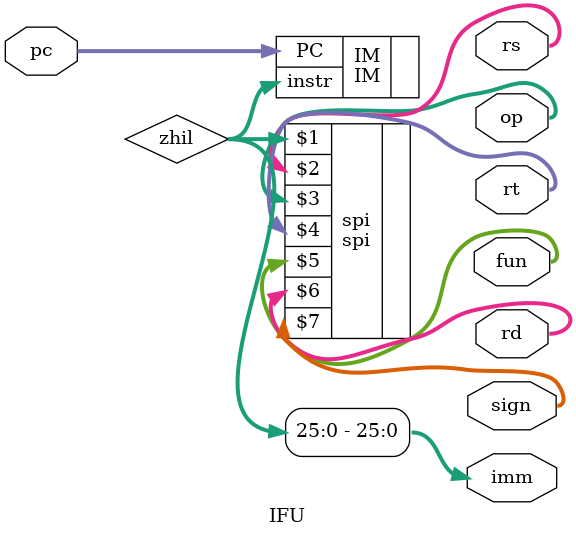
<source format=v>
`timescale 1ns / 1ps
module IFU(
    input [31:0] pc,
    output [4:0] rs,
    output [5:0] op,
    output [4:0] rt,
    output [5:0] fun,
    output [4:0] rd,
	 output [25:0] imm,
    output [15:0] sign
    );
	wire [31:0]zhil;
	IM IM (
	.PC(pc),
	.instr(zhil)
	);
	spi spi(
	zhil,
	rs,
	op,
	rt,
	fun,
	rd,
	sign);
	assign imm = zhil[25:0];
endmodule

</source>
